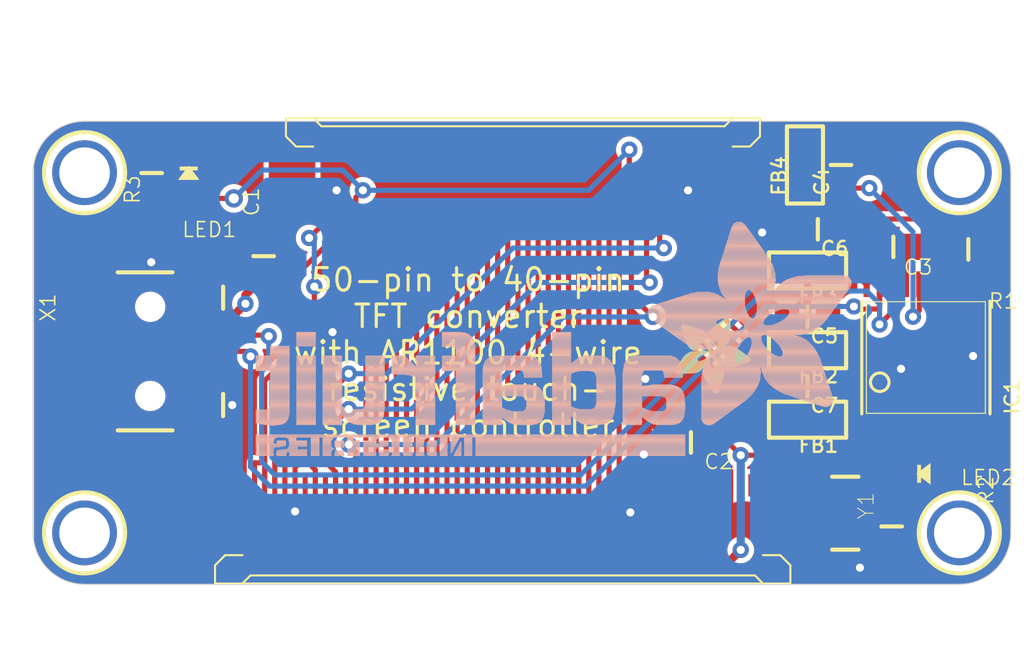
<source format=kicad_pcb>
(kicad_pcb (version 20221018) (generator pcbnew)
  (layers (0 "F.Cu" signal) (31 "B.Cu" signal) (34 "B.Paste" user) (35 "F.Paste" user) (36 "B.SilkS" user "B.Silkscreen") (37 "F.SilkS" user "F.Silkscreen") (38 "B.Mask" user) (39 "F.Mask" user) (44 "Edge.Cuts" user))
  (net 0 "")
  (net 1 "LEDK")
  (net 2 "LEDA")
  (net 3 "GND")
  (net 4 "R0")
  (net 5 "R1")
  (net 6 "R2")
  (net 7 "R3")
  (net 8 "R4")
  (net 9 "R5")
  (net 10 "R6")
  (net 11 "R7")
  (net 12 "G0")
  (net 13 "B0")
  (net 14 "B1")
  (net 15 "B2")
  (net 16 "B3")
  (net 17 "B4")
  (net 18 "B5")
  (net 19 "B6")
  (net 20 "B7")
  (net 21 "G1")
  (net 22 "G2")
  (net 23 "G3")
  (net 24 "G4")
  (net 25 "G5")
  (net 26 "G6")
  (net 27 "G7")
  (net 28 "CLK")
  (net 29 "HSYNC")
  (net 30 "VSYNC")
  (net 31 "DEN")
  (net 32 "AVDD")
  (net 33 "XR")
  (net 34 "YD")
  (net 35 "XL")
  (net 36 "YU")
  (net 37 "VCOM1")
  (net 38 "L/R")
  (net 39 "U/D")
  (net 40 "VGH")
  (net 41 "VGL")
  (net 42 "RESET")
  (net 43 "DITHB")
  (net 44 "VDD")
  (net 45 "N$1")
  (net 46 "N$2")
  (net 47 "D+")
  (net 48 "D-")
  (net 49 "N$7")
  (net 50 "N$8")
  (net 51 "N$9")
  (net 52 "N$10")
  (net 53 "N$13")
  (net 54 "5.0V")
  (net 55 "VCOM2")
  (net 56 "N$3")
  (net 57 "N$4")
  (net 58 "N$5")
  (net 59 "N$6")
  (footprint "working:_0805MP" (layer "F.Cu") (at 170.5361 99.9006 180)
    (fp_text reference "R1")
    (fp_text value "20K")
  )
  (footprint "working:5-1734839-0-REV" (layer "F.Cu") (at 147.5511 114.0836 180)
    (fp_text reference "J2" hide)
    (fp_text value "XF2-50-REV" hide)
  )
  (footprint "working:_0805MP" (layer "F.Cu") (at 164.2491 95.7326 90)
    (fp_text reference "C4")
    (fp_text value "0.01uF")
  )
  (footprint "working:FIDUCIAL_1MM" (layer "F.Cu") (at 129.9591 115.2906 90)
    (fp_text reference "FID1" hide)
    (fp_text value "FIDUCIAL\"\"" hide)
  )
  (footprint "working:MOUNTINGHOLE_2.5_PLATED" (layer "F.Cu") (at 126.9111 96.1136 90)
    (fp_text reference "U$15" hide)
    (fp_text value "MOUNTINGHOLE2.5" hide)
  )
  (footprint "working:_0805MP" (layer "F.Cu") (at 162.5981 103.2256 180)
    (fp_text reference "C5")
    (fp_text value "dnp")
  )
  (footprint "working:_0805MP" (layer "F.Cu") (at 166.7521 113.5756 90)
    (fp_text reference "R2")
    (fp_text value "1K")
  )
  (footprint "working:_0805MP" (layer "F.Cu") (at 162.5981 106.6546 180)
    (fp_text reference "C7")
    (fp_text value "dnp")
  )
  (footprint "working:_0805" (layer "F.Cu") (at 162.5981 100.9396 180)
    (fp_text reference "FB3")
    (fp_text value "Ferrite")
  )
  (footprint "working:_0805MP" (layer "F.Cu") (at 135.7511 100.2336 -90)
    (fp_text reference "C1")
    (fp_text value "10uF")
  )
  (footprint "working:_0805" (layer "F.Cu") (at 162.5981 108.3056 180)
    (fp_text reference "FB1")
    (fp_text value "Ferrite")
  )
  (footprint "working:_0805MP" (layer "F.Cu") (at 166.8351 99.7756 180)
    (fp_text reference "C3")
    (fp_text value "10uF")
  )
  (footprint "working:TSSOP20-5.3MMBODY" (layer "F.Cu") (at 168.4391 105.2376)
    (fp_text reference "IC1")
    (fp_text value "AR1100_SSOP" hide)
  )
  (footprint "working:4-1734839-0" (layer "F.Cu") (at 148.5511 95.7336)
    (fp_text reference "J1" hide)
    (fp_text value "XF2-40-RARBT" hide)
  )
  (footprint "working:MOUNTINGHOLE_2.5_PLATED" (layer "F.Cu") (at 170.0911 96.1136 90)
    (fp_text reference "U$14" hide)
    (fp_text value "MOUNTINGHOLE2.5" hide)
  )
  (footprint "working:_0805MP" (layer "F.Cu") (at 163.1061 98.9076 180)
    (fp_text reference "C6")
    (fp_text value "0.01uF")
  )
  (footprint "working:CHIPLED_0805_NOOUTLINE" (layer "F.Cu") (at 132.0511 96.1416)
    (fp_text reference "LED1")
    (fp_text value "Green")
  )
  (footprint "working:_0805MP" (layer "F.Cu") (at 156.8421 109.4276)
    (fp_text reference "C2")
    (fp_text value "0.1uF")
  )
  (footprint "working:MOUNTINGHOLE_2.5_PLATED" (layer "F.Cu") (at 170.0911 113.8936 90)
    (fp_text reference "U$11" hide)
    (fp_text value "MOUNTINGHOLE2.5" hide)
  )
  (footprint "working:_0805" (layer "F.Cu") (at 162.5981 104.8766 180)
    (fp_text reference "FB2")
    (fp_text value "Ferrite")
  )
  (footprint "working:FIDUCIAL_1MM" (layer "F.Cu") (at 134.1501 95.0976 90)
    (fp_text reference "FID3" hide)
    (fp_text value "FIDUCIAL\"\"" hide)
  )
  (footprint "working:RESONATOR-SMD" (layer "F.Cu") (at 164.4621 112.9216 -90)
    (fp_text reference "Y1")
    (fp_text value "12MHz")
  )
  (footprint "working:MOUNTINGHOLE_2.5_PLATED" (layer "F.Cu") (at 126.9111 113.8936 90)
    (fp_text reference "U$16" hide)
    (fp_text value "MOUNTINGHOLE2.5" hide)
  )
  (footprint "working:USB-MINIB_LARGER" (layer "F.Cu") (at 129.1511 104.9336 -90)
    (fp_text reference "X1")
    (fp_text value "")
  )
  (footprint "working:_0805MP" (layer "F.Cu") (at 130.2231 96.1296 90)
    (fp_text reference "R3")
    (fp_text value "1K")
  )
  (footprint "working:CHIPLED_0805_NOOUTLINE" (layer "F.Cu") (at 168.3411 110.9796 90)
    (fp_text reference "LED2")
    (fp_text value "red")
  )
  (footprint "working:ADAFRUIT_3.5MM" (layer "F.Cu") (at 155.9941 103.2256 -90)
    (fp_text reference "U$19" hide)
    (fp_text value "" hide)
  )
  (footprint "working:FIDUCIAL_1MM" (layer "F.Cu") (at 166.7891 94.9706 90)
    (fp_text reference "FID2" hide)
    (fp_text value "FIDUCIAL\"\"" hide)
  )
  (footprint "working:_0805" (layer "F.Cu") (at 162.4711 95.7326 90)
    (fp_text reference "FB4")
    (fp_text value "Ferrite")
  )
  (footprint "working:ADAFRUIT_TEXT_30MM" (layer "B.Cu") (at 165.0111 110.0836 180)
    (fp_text reference "U$18" hide)
    (fp_text value "" hide)
  )
  (gr_line (start 170.0911 93.5736) (end 126.9111 93.5736) (stroke (width 0.05)) (layer "Edge.Cuts"))
  (gr_line (start 124.3711 96.1136) (end 124.3711 113.8936) (stroke (width 0.05)) (layer "Edge.Cuts"))
  (gr_arc (start 124.3711 96.1136) (mid 125.115049 94.317549) (end 126.9111 93.5736) (stroke (width 0.05)) (layer "Edge.Cuts"))
  (gr_arc (start 170.0911 93.5736) (mid 171.887151 94.317549) (end 172.6311 96.1136) (stroke (width 0.05)) (layer "Edge.Cuts"))
  (gr_arc (start 172.6311 113.8936) (mid 171.887151 115.689651) (end 170.0911 116.4336) (stroke (width 0.05)) (layer "Edge.Cuts"))
  (gr_line (start 172.6311 113.8936) (end 172.6311 96.1136) (stroke (width 0.05)) (layer "Edge.Cuts"))
  (gr_arc (start 126.9111 116.4336) (mid 125.115049 115.689651) (end 124.3711 113.8936) (stroke (width 0.05)) (layer "Edge.Cuts"))
  (gr_line (start 126.9111 116.4336) (end 170.0911 116.4336) (stroke (width 0.05)) (layer "Edge.Cuts"))
  (gr_text "50-pin to 40-pin\nTFT converter\nwith AR1100 4-wire\nresistive touch-\nscreen controller" (at 145.8341 105.0036) (layer "F.SilkS") (effects (font (size 1.1176 1.1176) (thickness 0.1524))))
  (segment (start 138.8011 98.5336) (end 137.9971 99.3376) (width 0.254) (layer "F.Cu") (net 1))
  (segment (start 136.3011 110.4336) (end 136.8011 110.4336) (width 0.254) (layer "F.Cu") (net 1))
  (segment (start 136.3011 111.5436) (end 136.3011 110.4336) (width 0.254) (layer "F.Cu") (net 1))
  (segment (start 138.2511 104.7336) (end 138.2511 101.7376) (width 0.254) (layer "F.Cu") (net 1))
  (segment (start 136.3011 110.4336) (end 136.3011 106.6836) (width 0.254) (layer "F.Cu") (net 1))
  (segment (start 136.3011 106.6836) (end 138.2511 104.7336) (width 0.254) (layer "F.Cu") (net 1))
  (segment (start 136.8011 110.4336) (end 136.8011 111.5436) (width 0.254) (layer "F.Cu") (net 1))
  (segment (start 138.8011 98.2736) (end 138.8011 98.5336) (width 0.254) (layer "F.Cu") (net 1))
  (via (at 138.2511 101.7376) (size 0.8064) (drill 0.4) (layers "F.Cu" "B.Cu") (net 1))
  (via (at 137.9971 99.3376) (size 0.8064) (drill 0.4) (layers "F.Cu" "B.Cu") (net 1))
  (segment (start 138.2511 99.5796) (end 138.0091 99.3376) (width 0.254) (layer "B.Cu") (net 1))
  (segment (start 138.0091 99.3376) (end 137.9971 99.3376) (width 0.254) (layer "B.Cu") (net 1))
  (segment (start 138.2511 99.5796) (end 138.2511 101.7376) (width 0.254) (layer "B.Cu") (net 1))
  (segment (start 135.8011 106.3836) (end 137.4011 104.7836) (width 0.254) (layer "F.Cu") (net 2))
  (segment (start 137.4011 104.7836) (end 137.4011 101.1336) (width 0.254) (layer "F.Cu") (net 2))
  (segment (start 139.3011 99.2336) (end 139.3011 98.2736) (width 0.254) (layer "F.Cu") (net 2))
  (segment (start 135.3011 110.4336) (end 135.8011 110.4336) (width 0.254) (layer "F.Cu") (net 2))
  (segment (start 135.3011 111.5436) (end 135.3011 110.4336) (width 0.254) (layer "F.Cu") (net 2))
  (segment (start 135.8011 110.4336) (end 135.8011 111.5436) (width 0.254) (layer "F.Cu") (net 2))
  (segment (start 135.8011 110.4336) (end 135.8011 106.3836) (width 0.254) (layer "F.Cu") (net 2))
  (segment (start 137.4011 101.1336) (end 139.3011 99.2336) (width 0.254) (layer "F.Cu") (net 2))
  (segment (start 168.7641 108.8554) (end 168.7641 109.6456) (width 0.254) (layer "F.Cu") (net 3))
  (segment (start 138.7011 100.6836) (end 139.8011 99.5836) (width 0.254) (layer "F.Cu") (net 3))
  (segment (start 152.8011 98.2736) (end 152.8011 97.2836) (width 0.254) (layer "F.Cu") (net 3))
  (segment (start 152.8011 112.6836) (end 152.8011 111.5436) (width 0.254) (layer "F.Cu") (net 3))
  (segment (start 168.7641 109.6456) (end 169.0751 109.9566) (width 0.254) (layer "F.Cu") (net 3))
  (segment (start 165.5141 100.0806) (end 165.8191 99.7756) (width 0.254) (layer "F.Cu") (net 3))
  (segment (start 139.8011 99.5836) (end 139.8011 98.2736) (width 0.254) (layer "F.Cu") (net 3))
  (segment (start 153.8011 111.5436) (end 153.8011 104.2836) (width 0.254) (layer "F.Cu") (net 3))
  (segment (start 170.0641 108.8554) (end 170.0641 109.9566) (width 0.254) (layer "F.Cu") (net 3))
  (segment (start 137.3011 112.4336) (end 137.3011 111.5436) (width 0.254) (layer "F.Cu") (net 3))
  (segment (start 156.3011 100.4836) (end 156.3011 98.2736) (width 0.2032) (layer "F.Cu") (net 3))
  (segment (start 137.3011 111.5436) (end 137.3011 106.7836) (width 0.254) (layer "F.Cu") (net 3))
  (segment (start 156.3011 97.3836) (end 156.3011 98.2736) (width 0.254) (layer "F.Cu") (net 3))
  (segment (start 139.8011 98.2736) (end 139.8011 97.3836) (width 0.254) (layer "F.Cu") (net 3))
  (segment (start 153.8011 111.5436) (end 153.8011 112.8836) (width 0.254) (layer "F.Cu") (net 3))
  (segment (start 153.8011 112.8836) (end 153.8511 112.8836) (width 0.254) (layer "F.Cu") (net 3))
  (segment (start 152.8011 96.0836) (end 152.8511 96.0836) (width 0.254) (layer "F.Cu") (net 3))
  (segment (start 153.8011 112.5836) (end 153.8011 111.5436) (width 0.254) (layer "F.Cu") (net 3))
  (segment (start 152.8011 111.5436) (end 152.8011 112.8836) (width 0.254) (layer "F.Cu") (net 3))
  (segment (start 137.3011 111.5436) (end 137.3011 112.8336) (width 0.254) (layer "F.Cu") (net 3))
  (segment (start 158.8011 111.5436) (end 158.8011 112.5336) (width 0.254) (layer "F.Cu") (net 3))
  (segment (start 170.0641 109.9566) (end 169.0751 109.9566) (width 0.254) (layer "F.Cu") (net 3))
  (segment (start 152.8011 112.8836) (end 153.8511 112.8836) (width 0.254) (layer "F.Cu") (net 3))
  (segment (start 165.5141 101.6198) (end 165.5141 100.0806) (width 0.254) (layer "F.Cu") (net 3))
  (segment (start 158.8011 111.5436) (end 158.8011 110.8336) (width 0.254) (layer "F.Cu") (net 3))
  (segment (start 152.8011 111.5436) (end 152.8011 98.2736) (width 0.254) (layer "F.Cu") (net 3))
  (segment (start 152.8011 98.2736) (end 152.8011 96.0836) (width 0.254) (layer "F.Cu") (net 3))
  (via (at 167.2131 105.7966) (size 0.8064) (drill 0.4) (layers "F.Cu" "B.Cu") (net 3))
  (via (at 134.2011 107.5836) (size 0.8064) (drill 0.4) (layers "F.Cu" "B.Cu") (net 3))
  (via (at 156.7011 96.9836) (size 0.8064) (drill 0.4) (layers "F.Cu" "B.Cu") (net 3))
  (via (at 154.5151 110.0196) (size 0.8064) (drill 0.4) (layers "F.Cu" "B.Cu") (net 3))
  (via (at 153.8511 112.8836) (size 0.8064) (drill 0.4) (layers "F.Cu" "B.Cu") (net 3))
  (via (at 139.3511 96.9836) (size 0.8064) (drill 0.4) (layers "F.Cu" "B.Cu") (net 3))
  (via (at 154.5881 106.2926) (size 0.8064) (drill 0.4) (layers "F.Cu" "B.Cu") (net 3))
  (via (at 165.1821 115.6116) (size 0.8064) (drill 0.4) (layers "F.Cu" "B.Cu") (net 3))
  (via (at 170.7691 105.1616) (size 0.8064) (drill 0.4) (layers "F.Cu" "B.Cu") (net 3))
  (via (at 139.1511 103.9836) (size 0.8064) (drill 0.4) (layers "F.Cu" "B.Cu") (net 3))
  (via (at 137.3011 112.8336) (size 0.8064) (drill 0.4) (layers "F.Cu" "B.Cu") (net 3))
  (via (at 160.3551 99.0656) (size 0.8064) (drill 0.4) (layers "F.Cu" "B.Cu") (net 3))
  (via (at 130.2011 100.5336) (size 0.8064) (drill 0.4) (layers "F.Cu" "B.Cu") (net 3))
  (segment (start 140.8011 98.2736) (end 140.8011 111.5436) (width 0.254) (layer "F.Cu") (net 4))
  (segment (start 141.3011 111.5436) (end 141.3011 98.2736) (width 0.254) (layer "F.Cu") (net 5))
  (segment (start 141.8011 98.2736) (end 141.8011 111.5436) (width 0.254) (layer "F.Cu") (net 6))
  (segment (start 142.3011 111.5436) (end 142.3011 98.2736) (width 0.254) (layer "F.Cu") (net 7))
  (segment (start 142.8011 98.2736) (end 142.8011 111.5436) (width 0.254) (layer "F.Cu") (net 8))
  (segment (start 143.3011 111.5436) (end 143.3011 98.2736) (width 0.254) (layer "F.Cu") (net 9))
  (segment (start 143.8011 98.2736) (end 143.8011 111.5436) (width 0.254) (layer "F.Cu") (net 10))
  (segment (start 144.3011 111.5436) (end 144.3011 98.2736) (width 0.254) (layer "F.Cu") (net 11))
  (segment (start 144.8011 111.5436) (end 144.8011 98.2736) (width 0.254) (layer "F.Cu") (net 12))
  (segment (start 148.8011 111.5436) (end 148.8011 98.2736) (width 0.254) (layer "F.Cu") (net 13))
  (segment (start 149.3011 98.2736) (end 149.3011 111.5436) (width 0.254) (layer "F.Cu") (net 14))
  (segment (start 149.8011 111.5436) (end 149.8011 98.2736) (width 0.254) (layer "F.Cu") (net 15))
  (segment (start 150.3011 98.2736) (end 150.3011 111.5436) (width 0.254) (layer "F.Cu") (net 16))
  (segment (start 150.8011 111.5436) (end 150.8011 98.2736) (width 0.254) (layer "F.Cu") (net 17))
  (segment (start 151.3011 98.2736) (end 151.3011 111.5436) (width 0.254) (layer "F.Cu") (net 18))
  (segment (start 151.8011 111.5436) (end 151.8011 98.2736) (width 0.254) (layer "F.Cu") (net 19))
  (segment (start 152.3011 98.2736) (end 152.3011 111.5436) (width 0.254) (layer "F.Cu") (net 20))
  (segment (start 145.3011 98.2736) (end 145.3011 111.5436) (width 0.254) (layer "F.Cu") (net 21))
  (segment (start 145.8011 111.5436) (end 145.8011 98.2736) (width 0.254) (layer "F.Cu") (net 22))
  (segment (start 146.3011 98.2736) (end 146.3011 111.5436) (width 0.254) (layer "F.Cu") (net 23))
  (segment (start 146.8011 111.5436) (end 146.8011 98.2736) (width 0.254) (layer "F.Cu") (net 24))
  (segment (start 147.3011 98.2736) (end 147.3011 111.5436) (width 0.254) (layer "F.Cu") (net 25))
  (segment (start 147.8011 111.5436) (end 147.8011 98.2736) (width 0.254) (layer "F.Cu") (net 26))
  (segment (start 148.3011 98.2736) (end 148.3011 111.5436) (width 0.254) (layer "F.Cu") (net 27))
  (segment (start 153.3011 111.5436) (end 153.3011 98.2736) (width 0.254) (layer "F.Cu") (net 28))
  (segment (start 153.9011 102.1716) (end 154.9631 103.2336) (width 0.254) (layer "F.Cu") (net 29))
  (segment (start 140.3011 111.5436) (end 140.3011 109.8836) (width 0.254) (layer "F.Cu") (net 29))
  (segment (start 154.3011 98.9836) (end 153.9011 99.3836) (width 0.254) (layer "F.Cu") (net 29))
  (segment (start 154.3011 98.2736) (end 154.3011 98.9836) (width 0.254) (layer "F.Cu") (net 29))
  (segment (start 153.9011 99.3836) (end 153.9011 102.1716) (width 0.254) (layer "F.Cu") (net 29))
  (segment (start 140.3011 109.8836) (end 139.9511 109.5336) (width 0.254) (layer "F.Cu") (net 29))
  (via (at 154.9631 103.2336) (size 0.8064) (drill 0.4) (layers "F.Cu" "B.Cu") (net 29))
  (via (at 139.9511 109.5336) (size 0.8064) (drill 0.4) (layers "F.Cu" "B.Cu") (net 29))
  (segment (start 144.2511 109.5336) (end 150.5511 103.2336) (width 0.254) (layer "B.Cu") (net 29))
  (segment (start 139.9511 109.5336) (end 144.2511 109.5336) (width 0.254) (layer "B.Cu") (net 29))
  (segment (start 150.5511 103.2336) (end 154.9631 103.2336) (width 0.254) (layer "B.Cu") (net 29))
  (segment (start 154.6511 101.3336) (end 154.8011 101.4836) (width 0.254) (layer "F.Cu") (net 30))
  (segment (start 154.8011 98.2736) (end 154.8011 99.2836) (width 0.254) (layer "F.Cu") (net 30))
  (segment (start 154.6511 99.4336) (end 154.6511 101.3336) (width 0.254) (layer "F.Cu") (net 30))
  (segment (start 139.1011 108.6336) (end 139.9511 107.7836) (width 0.254) (layer "F.Cu") (net 30))
  (segment (start 139.8011 111.5436) (end 139.8011 110.5836) (width 0.254) (layer "F.Cu") (net 30))
  (segment (start 139.8011 110.5836) (end 139.1011 109.8836) (width 0.254) (layer "F.Cu") (net 30))
  (segment (start 154.8011 99.2836) (end 154.6511 99.4336) (width 0.254) (layer "F.Cu") (net 30))
  (segment (start 139.1011 109.8836) (end 139.1011 108.6336) (width 0.254) (layer "F.Cu") (net 30))
  (segment (start 154.8011 101.4836) (end 154.8011 101.5336) (width 0.254) (layer "F.Cu") (net 30))
  (via (at 154.8011 101.5336) (size 0.8064) (drill 0.4) (layers "F.Cu" "B.Cu") (net 30))
  (via (at 139.9511 107.7836) (size 0.8064) (drill 0.4) (layers "F.Cu" "B.Cu") (net 30))
  (segment (start 143.0511 107.7836) (end 149.3011 101.5336) (width 0.254) (layer "B.Cu") (net 30))
  (segment (start 149.3011 101.5336) (end 154.8011 101.5336) (width 0.254) (layer "B.Cu") (net 30))
  (segment (start 139.9511 107.7836) (end 143.0511 107.7836) (width 0.254) (layer "B.Cu") (net 30))
  (segment (start 139.3011 110.8836) (end 138.6011 110.1836) (width 0.254) (layer "F.Cu") (net 31))
  (segment (start 139.3011 111.5436) (end 139.3011 110.8836) (width 0.254) (layer "F.Cu") (net 31))
  (segment (start 138.6011 110.1836) (end 138.6011 107.3836) (width 0.254) (layer "F.Cu") (net 31))
  (segment (start 155.3011 99.6336) (end 155.5011 99.8336) (width 0.254) (layer "F.Cu") (net 31))
  (segment (start 155.3011 98.2736) (end 155.3011 99.6336) (width 0.254) (layer "F.Cu") (net 31))
  (segment (start 138.6011 107.3836) (end 139.9511 106.0336) (width 0.254) (layer "F.Cu") (net 31))
  (via (at 155.5011 99.8336) (size 0.8064) (drill 0.4) (layers "F.Cu" "B.Cu") (net 31))
  (via (at 139.9511 106.0336) (size 0.8064) (drill 0.4) (layers "F.Cu" "B.Cu") (net 31))
  (segment (start 139.9511 106.0336) (end 141.8511 106.0336) (width 0.254) (layer "B.Cu") (net 31))
  (segment (start 141.8511 106.0336) (end 148.0511 99.8336) (width 0.254) (layer "B.Cu") (net 31))
  (segment (start 148.0511 99.8336) (end 155.5011 99.8336) (width 0.254) (layer "B.Cu") (net 31))
  (segment (start 169.4141 108.8554) (end 169.4141 107.6286) (width 0.254) (layer "F.Cu") (net 33))
  (segment (start 163.6141 108.3056) (end 163.6141 106.6546) (width 0.254) (layer "F.Cu") (net 33))
  (segment (start 169.4141 107.6286) (end 168.8211 107.0356) (width 0.254) (layer "F.Cu") (net 33))
  (segment (start 163.7411 108.3056) (end 165.0111 107.0356) (width 0.254) (layer "F.Cu") (net 33))
  (segment (start 168.8211 107.0356) (end 165.0111 107.0356) (width 0.254) (layer "F.Cu") (net 33))
  (segment (start 163.6141 108.3056) (end 163.7411 108.3056) (width 0.254) (layer "F.Cu") (net 33))
  (segment (start 163.6141 104.8766) (end 163.6141 103.2256) (width 0.254) (layer "F.Cu") (net 34))
  (segment (start 168.7641 104.0446) (end 168.3131 104.4956) (width 0.254) (layer "F.Cu") (net 34))
  (segment (start 168.3131 104.4956) (end 163.9951 104.4956) (width 0.254) (layer "F.Cu") (net 34))
  (segment (start 168.7641 101.6198) (end 168.7641 104.0446) (width 0.254) (layer "F.Cu") (net 34))
  (segment (start 163.9951 104.4956) (end 163.6141 104.8766) (width 0.254) (layer "F.Cu") (net 34))
  (segment (start 169.3291 99.1616) (end 169.3291 99.7096) (width 0.254) (layer "F.Cu") (net 35))
  (segment (start 164.1221 100.4316) (end 164.1221 98.9076) (width 0.254) (layer "F.Cu") (net 35))
  (segment (start 164.1221 98.9076) (end 164.6301 98.3996) (width 0.254) (layer "F.Cu") (net 35))
  (segment (start 169.4141 101.6198) (end 169.4141 100.0066) (width 0.254) (layer "F.Cu") (net 35))
  (segment (start 164.6301 98.3996) (end 168.5671 98.3996) (width 0.254) (layer "F.Cu") (net 35))
  (segment (start 168.5671 98.3996) (end 169.3291 99.1616) (width 0.254) (layer "F.Cu") (net 35))
  (segment (start 169.4141 100.0066) (end 169.5201 99.9006) (width 0.254) (layer "F.Cu") (net 35))
  (segment (start 169.3291 99.7096) (end 169.5201 99.9006) (width 0.254) (layer "F.Cu") (net 35))
  (segment (start 163.6141 100.9396) (end 164.1221 100.4316) (width 0.254) (layer "F.Cu") (net 35))
  (segment (start 168.1141 101.6198) (end 168.1141 102.9166) (width 0.254) (layer "F.Cu") (net 36))
  (segment (start 165.6461 96.8756) (end 164.3761 96.8756) (width 0.254) (layer "F.Cu") (net 36))
  (segment (start 162.4711 96.7486) (end 164.2491 96.7486) (width 0.254) (layer "F.Cu") (net 36))
  (segment (start 164.3761 96.8756) (end 164.2491 96.7486) (width 0.254) (layer "F.Cu") (net 36))
  (segment (start 168.1141 102.9166) (end 167.8051 103.2256) (width 0.254) (layer "F.Cu") (net 36))
  (via (at 167.8051 103.2256) (size 0.8001) (drill 0.3937) (layers "F.Cu" "B.Cu") (net 36))
  (via (at 165.6461 96.8756) (size 0.8001) (drill 0.3937) (layers "F.Cu" "B.Cu") (net 36))
  (segment (start 167.8051 103.2256) (end 167.8051 99.0346) (width 0.254) (layer "B.Cu") (net 36))
  (segment (start 167.8051 99.0346) (end 165.6461 96.8756) (width 0.254) (layer "B.Cu") (net 36))
  (segment (start 140.3011 100.0106) (end 140.1511 100.1606) (width 0.254) (layer "F.Cu") (net 44))
  (segment (start 138.3011 110.7836) (end 137.9511 110.4336) (width 0.254) (layer "F.Cu") (net 44))
  (segment (start 140.1511 100.1606) (end 140.1511 100.1836) (width 0.254) (layer "F.Cu") (net 44))
  (segment (start 140.1511 104.4836) (end 140.1511 100.1836) (width 0.4064) (layer "F.Cu") (net 44))
  (segment (start 134.2771 97.3836) (end 132.2431 97.3836) (width 0.254) (layer "F.Cu") (net 44))
  (segment (start 153.8011 98.2736) (end 153.8011 94.9786) (width 0.254) (layer "F.Cu") (net 44))
  (segment (start 132.2431 97.3836) (end 132.0511 97.1916) (width 0.254) (layer "F.Cu") (net 44))
  (segment (start 137.9511 106.6836) (end 140.1511 104.4836) (width 0.4064) (layer "F.Cu") (net 44))
  (segment (start 138.3011 111.5436) (end 138.3011 110.7836) (width 0.254) (layer "F.Cu") (net 44))
  (segment (start 137.9511 110.4336) (end 137.9511 106.6836) (width 0.4064) (layer "F.Cu") (net 44))
  (segment (start 140.3011 98.2736) (end 140.3011 97.3336) (width 0.254) (layer "F.Cu") (net 44))
  (segment (start 140.3011 100.0106) (end 140.3011 98.2736) (width 0.254) (layer "F.Cu") (net 44))
  (segment (start 140.3011 97.3336) (end 140.6511 96.9836) (width 0.254) (layer "F.Cu") (net 44))
  (via (at 153.8011 94.9786) (size 0.8064) (drill 0.4) (layers "F.Cu" "B.Cu") (net 44))
  (via (at 134.2771 97.3836) (size 0.9064) (drill 0.5) (layers "F.Cu" "B.Cu") (net 44))
  (via (at 140.6511 96.9836) (size 0.8064) (drill 0.4) (layers "F.Cu" "B.Cu") (net 44))
  (segment (start 151.7961 96.9836) (end 140.6511 96.9836) (width 0.254) (layer "B.Cu") (net 44))
  (segment (start 139.6511 95.9836) (end 140.6511 96.9836) (width 0.254) (layer "B.Cu") (net 44))
  (segment (start 151.7961 96.9836) (end 153.8011 94.9786) (width 0.254) (layer "B.Cu") (net 44))
  (segment (start 139.6511 95.9836) (end 135.6771 95.9836) (width 0.254) (layer "B.Cu") (net 44))
  (segment (start 135.6771 95.9836) (end 134.2771 97.3836) (width 0.254) (layer "B.Cu") (net 44))
  (segment (start 164.4621 111.2136) (end 164.4621 111.7216) (width 0.254) (layer "F.Cu") (net 45))
  (segment (start 164.4621 111.2136) (end 166.1641 109.5116) (width 0.254) (layer "F.Cu") (net 45))
  (segment (start 166.1641 109.5116) (end 166.1641 108.8554) (width 0.254) (layer "F.Cu") (net 45))
  (segment (start 165.6461 110.7186) (end 166.8141 109.5506) (width 0.254) (layer "F.Cu") (net 46))
  (segment (start 164.4621 114.1216) (end 165.0371 114.1216) (width 0.254) (layer "F.Cu") (net 46))
  (segment (start 165.0371 114.1216) (end 165.6461 113.5126) (width 0.254) (layer "F.Cu") (net 46))
  (segment (start 166.8141 109.5506) (end 166.8141 108.8554) (width 0.254) (layer "F.Cu") (net 46))
  (segment (start 165.6461 113.5126) (end 165.6461 110.7186) (width 0.254) (layer "F.Cu") (net 46))
  (segment (start 166.1641 102.7076) (end 166.1641 101.6198) (width 0.254) (layer "F.Cu") (net 47))
  (segment (start 134.8511 104.9336) (end 135.1011 105.1836) (width 0.254) (layer "F.Cu") (net 47))
  (segment (start 164.8841 102.7176) (end 165.0111 102.8446) (width 0.254) (layer "F.Cu") (net 47))
  (segment (start 165.0111 102.8446) (end 166.0271 102.8446) (width 0.254) (layer "F.Cu") (net 47))
  (segment (start 166.0271 102.8446) (end 166.1641 102.7076) (width 0.254) (layer "F.Cu") (net 47))
  (segment (start 133.2151 104.9336) (end 134.8511 104.9336) (width 0.254) (layer "F.Cu") (net 47))
  (via (at 135.1011 105.1836) (size 0.8064) (drill 0.4) (layers "F.Cu" "B.Cu") (net 47))
  (via (at 164.8841 102.7176) (size 0.8001) (drill 0.3937) (layers "F.Cu" "B.Cu") (net 47))
  (segment (start 135.1011 110.632288) (end 135.1011 105.1836) (width 0.254) (layer "B.Cu") (net 47))
  (segment (start 160.5171 102.7176) (end 151.6511 111.5836) (width 0.254) (layer "B.Cu") (net 47))
  (segment (start 160.5171 102.7176) (end 164.8841 102.7176) (width 0.254) (layer "B.Cu") (net 47))
  (segment (start 136.052412 111.5836) (end 135.1011 110.632288) (width 0.254) (layer "B.Cu") (net 47))
  (segment (start 151.6511 111.5836) (end 136.052412 111.5836) (width 0.254) (layer "B.Cu") (net 47))
  (segment (start 166.1541 103.6066) (end 166.8141 102.9466) (width 0.254) (layer "F.Cu") (net 48))
  (segment (start 166.8141 102.9466) (end 166.8141 101.6198) (width 0.254) (layer "F.Cu") (net 48))
  (segment (start 136.0011 104.1376) (end 136.0011 104.1836) (width 0.254) (layer "F.Cu") (net 48))
  (segment (start 133.2151 104.1336) (end 136.0051 104.1336) (width 0.254) (layer "F.Cu") (net 48))
  (segment (start 136.0051 104.1336) (end 136.0011 104.1376) (width 0.254) (layer "F.Cu") (net 48))
  (via (at 166.1541 103.6066) (size 0.8001) (drill 0.3937) (layers "F.Cu" "B.Cu") (net 48))
  (via (at 136.0011 104.1836) (size 0.8064) (drill 0.4) (layers "F.Cu" "B.Cu") (net 48))
  (segment (start 158.9511 103.4646) (end 158.9511 103.4836) (width 0.254) (layer "B.Cu") (net 48))
  (segment (start 158.9511 103.4836) (end 151.4011 111.0336) (width 0.254) (layer "B.Cu") (net 48))
  (segment (start 165.5191 101.9556) (end 166.1541 102.5906) (width 0.254) (layer "B.Cu") (net 48))
  (segment (start 135.6511 110.381682) (end 135.6511 105.9336) (width 0.254) (layer "B.Cu") (net 48))
  (segment (start 135.6511 105.9336) (end 136.0011 105.5836) (width 0.254) (layer "B.Cu") (net 48))
  (segment (start 158.9511 103.4646) (end 160.4601 101.9556) (width 0.254) (layer "B.Cu") (net 48))
  (segment (start 166.1541 102.5906) (end 166.1541 103.6066) (width 0.254) (layer "B.Cu") (net 48))
  (segment (start 160.4601 101.9556) (end 165.5191 101.9556) (width 0.254) (layer "B.Cu") (net 48))
  (segment (start 151.4011 111.0336) (end 136.303018 111.0336) (width 0.254) (layer "B.Cu") (net 48))
  (segment (start 136.303018 111.0336) (end 135.6511 110.381682) (width 0.254) (layer "B.Cu") (net 48))
  (segment (start 136.0011 105.5836) (end 136.0011 104.1836) (width 0.254) (layer "B.Cu") (net 48))
  (segment (start 166.7521 112.5596) (end 167.2911 112.0206) (width 0.254) (layer "F.Cu") (net 49))
  (segment (start 167.2911 112.0206) (end 167.2911 110.9796) (width 0.254) (layer "F.Cu") (net 49))
  (segment (start 168.1141 109.7026) (end 168.1141 108.8554) (width 0.254) (layer "F.Cu") (net 50))
  (segment (start 168.1141 109.7026) (end 169.3911 110.9796) (width 0.254) (layer "F.Cu") (net 50))
  (segment (start 171.3641 100.0886) (end 171.5521 99.9006) (width 0.254) (layer "F.Cu") (net 51))
  (segment (start 171.5521 99.6626) (end 171.5521 99.9006) (width 0.254) (layer "F.Cu") (net 51))
  (segment (start 171.3641 101.6198) (end 171.3641 100.0886) (width 0.254) (layer "F.Cu") (net 51))
  (segment (start 132.0511 95.0916) (end 130.2451 95.0916) (width 0.254) (layer "F.Cu") (net 52))
  (segment (start 130.2451 95.0916) (end 130.2231 95.1136) (width 0.254) (layer "F.Cu") (net 52))
  (segment (start 167.4641 100.1626) (end 167.8511 99.7756) (width 0.254) (layer "F.Cu") (net 53))
  (segment (start 167.4641 101.6198) (end 167.4641 100.1626) (width 0.254) (layer "F.Cu") (net 53))
  (segment (start 157.8581 109.4276) (end 158.6681 109.4276) (width 0.254) (layer "F.Cu") (net 54))
  (segment (start 133.2151 103.3336) (end 134.1011 103.3336) (width 0.4064) (layer "F.Cu") (net 54))
  (segment (start 135.7511 101.2496) (end 134.8511 102.1496) (width 0.4064) (layer "F.Cu") (net 54))
  (segment (start 134.1011 103.3336) (end 134.8511 102.5836) (width 0.4064) (layer "F.Cu") (net 54))
  (segment (start 165.5141 108.8554) (end 164.0319 110.3376) (width 0.254) (layer "F.Cu") (net 54))
  (segment (start 160.4161 110.0606) (end 159.3011 110.0606) (width 0.254) (layer "F.Cu") (net 54))
  (segment (start 165.9001 107.6706) (end 165.5191 108.0516) (width 0.254) (layer "F.Cu") (net 54))
  (segment (start 131.4011 107.7336) (end 131.4011 103.5836) (width 0.4064) (layer "F.Cu") (net 54))
  (segment (start 134.8511 102.1496) (end 134.8511 102.5836) (width 0.4064) (layer "F.Cu") (net 54))
  (segment (start 164.0319 110.3376) (end 160.6931 110.3376) (width 0.254) (layer "F.Cu") (net 54))
  (segment (start 165.5191 108.8504) (end 165.5141 108.8554) (width 0.254) (layer "F.Cu") (net 54))
  (segment (start 167.4641 108.8554) (end 167.4641 108.0916) (width 0.254) (layer "F.Cu") (net 54))
  (segment (start 131.6511 103.3336) (end 133.2151 103.3336) (width 0.4064) (layer "F.Cu") (net 54))
  (segment (start 167.4641 108.0916) (end 167.0431 107.6706) (width 0.254) (layer "F.Cu") (net 54))
  (segment (start 160.6931 110.3376) (end 160.4161 110.0606) (width 0.254) (layer "F.Cu") (net 54))
  (segment (start 131.0011 114.4486) (end 132.2361 115.6836) (width 0.4064) (layer "F.Cu") (net 54))
  (segment (start 158.6681 109.4276) (end 159.3011 110.0606) (width 0.254) (layer "F.Cu") (net 54))
  (segment (start 131.0011 108.1336) (end 131.0011 114.4486) (width 0.4064) (layer "F.Cu") (net 54))
  (segment (start 131.0011 108.1336) (end 131.4011 107.7336) (width 0.4064) (layer "F.Cu") (net 54))
  (segment (start 165.5191 108.0516) (end 165.5191 108.8504) (width 0.254) (layer "F.Cu") (net 54))
  (segment (start 131.4011 103.5836) (end 131.6511 103.3336) (width 0.4064) (layer "F.Cu") (net 54))
  (segment (start 158.3511 115.6836) (end 159.3011 114.7336) (width 0.4064) (layer "F.Cu") (net 54))
  (segment (start 167.0431 107.6706) (end 165.9001 107.6706) (width 0.254) (layer "F.Cu") (net 54))
  (segment (start 132.2361 115.6836) (end 158.3511 115.6836) (width 0.4064) (layer "F.Cu") (net 54))
  (via (at 159.3011 114.7336) (size 0.8064) (drill 0.4) (layers "F.Cu" "B.Cu") (net 54))
  (via (at 159.3011 110.0606) (size 0.8064) (drill 0.4) (layers "F.Cu" "B.Cu") (net 54))
  (via (at 134.8511 102.5836) (size 0.8064) (drill 0.4) (layers "F.Cu" "B.Cu") (net 54))
  (segment (start 159.3011 114.7336) (end 159.3011 110.0606) (width 0.4064) (layer "B.Cu") (net 54))
  (segment (start 156.8011 103.9056) (end 161.2011 108.3056) (width 0.254) (layer "F.Cu") (net 56))
  (segment (start 161.2011 108.3056) (end 161.5821 108.3056) (width 0.254) (layer "F.Cu") (net 56))
  (segment (start 156.8011 98.2736) (end 156.8011 103.9056) (width 0.254) (layer "F.Cu") (net 56))
  (segment (start 160.0581 104.8766) (end 157.3011 102.1196) (width 0.254) (layer "F.Cu") (net 57))
  (segment (start 161.5821 104.8766) (end 160.0581 104.8766) (width 0.254) (layer "F.Cu") (net 57))
  (segment (start 157.3011 102.1196) (end 157.3011 98.2736) (width 0.254) (layer "F.Cu") (net 57))
  (segment (start 158.9151 100.9396) (end 161.5821 100.9396) (width 0.254) (layer "F.Cu") (net 58))
  (segment (start 157.8011 99.8256) (end 158.9151 100.9396) (width 0.254) (layer "F.Cu") (net 58))
  (segment (start 157.8011 98.2736) (end 157.8011 99.8256) (width 0.254) (layer "F.Cu") (net 58))
  (segment (start 158.3011 98.2736) (end 158.3011 94.6956) (width 0.254) (layer "F.Cu") (net 59))
  (segment (start 158.3011 94.6956) (end 158.6611 94.3356) (width 0.254) (layer "F.Cu") (net 59))
  (segment (start 158.6611 94.3356) (end 162.0901 94.3356) (width 0.254) (layer "F.Cu") (net 59))
  (segment (start 162.0901 94.3356) (end 162.4711 94.7166) (width 0.254) (layer "F.Cu") (net 59))
  (zone (net 3) (net_name "GND") (layer "F.Cu") (priority 6) (connect_pads (clearance 0.254)) (min_thickness 0.127) (fill yes (thermal_gap 0.304) (thermal_bridge_width 0.304))
    (polygon (pts (xy 172.7581 116.5606) (xy 124.4241 116.5606) (xy 124.4241 93.3066) (xy 172.7581 93.3066)))
  )
  (zone (net 3) (net_name "GND") (layer "B.Cu") (priority 6) (connect_pads (clearance 0.254)) (min_thickness 0.127) (fill yes (thermal_gap 0.304) (thermal_bridge_width 0.304))
    (polygon (pts (xy 172.7581 116.5606) (xy 124.4241 116.5606) (xy 124.4241 93.3066) (xy 172.7581 93.3066)))
  )
)
</source>
